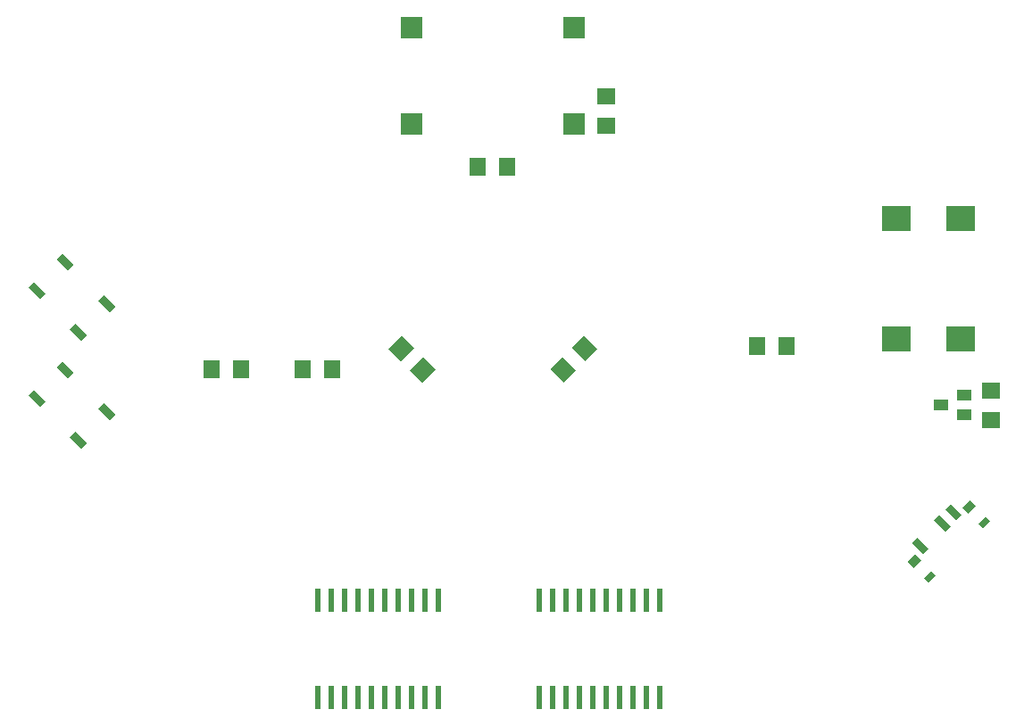
<source format=gtp>
G75*
%MOIN*%
%OFA0B0*%
%FSLAX25Y25*%
%IPPOS*%
%LPD*%
%AMOC8*
5,1,8,0,0,1.08239X$1,22.5*
%
%ADD10R,0.06299X0.07098*%
%ADD11R,0.11024X0.09449*%
%ADD12R,0.06299X0.07087*%
%ADD13R,0.02756X0.05906*%
%ADD14R,0.03937X0.02362*%
%ADD15R,0.03937X0.03150*%
%ADD16R,0.07874X0.07874*%
%ADD17R,0.02362X0.08661*%
%ADD18R,0.07087X0.06299*%
%ADD19R,0.03000X0.06000*%
%ADD20R,0.05512X0.03937*%
D10*
G36*
X0172571Y0210498D02*
X0177025Y0206044D01*
X0172007Y0201026D01*
X0167553Y0205480D01*
X0172571Y0210498D01*
G37*
G36*
X0164654Y0218415D02*
X0169108Y0213961D01*
X0164090Y0208943D01*
X0159636Y0213397D01*
X0164654Y0218415D01*
G37*
G36*
X0229640Y0205480D02*
X0225186Y0201026D01*
X0220168Y0206044D01*
X0224622Y0210498D01*
X0229640Y0205480D01*
G37*
G36*
X0237557Y0213397D02*
X0233103Y0208943D01*
X0228085Y0213961D01*
X0232539Y0218415D01*
X0237557Y0213397D01*
G37*
X0203949Y0281571D03*
X0192752Y0281571D03*
D11*
X0349039Y0262181D03*
X0373055Y0262181D03*
X0373055Y0217299D03*
X0349039Y0217299D03*
D12*
X0308193Y0214642D03*
X0297169Y0214642D03*
X0138409Y0205783D03*
X0127386Y0205783D03*
X0104453Y0205783D03*
X0093429Y0205783D03*
D13*
G36*
X0361045Y0138810D02*
X0359096Y0136861D01*
X0354921Y0141036D01*
X0356870Y0142985D01*
X0361045Y0138810D01*
G37*
G36*
X0369396Y0147162D02*
X0367447Y0145213D01*
X0363272Y0149388D01*
X0365221Y0151337D01*
X0369396Y0147162D01*
G37*
G36*
X0373572Y0151337D02*
X0371623Y0149388D01*
X0367448Y0153563D01*
X0369397Y0155512D01*
X0373572Y0151337D01*
G37*
D14*
G36*
X0379837Y0148136D02*
X0382619Y0150918D01*
X0384289Y0149248D01*
X0381507Y0146466D01*
X0379837Y0148136D01*
G37*
G36*
X0359515Y0127814D02*
X0362297Y0130596D01*
X0363967Y0128926D01*
X0361185Y0126144D01*
X0359515Y0127814D01*
G37*
D15*
G36*
X0353390Y0133939D02*
X0356172Y0136721D01*
X0358400Y0134493D01*
X0355618Y0131711D01*
X0353390Y0133939D01*
G37*
G36*
X0373712Y0154261D02*
X0376494Y0157043D01*
X0378722Y0154815D01*
X0375940Y0152033D01*
X0373712Y0154261D01*
G37*
D16*
X0228665Y0297417D03*
X0228665Y0333638D03*
X0168035Y0333638D03*
X0168035Y0297417D03*
D17*
X0133035Y0083343D03*
X0138035Y0083343D03*
X0143035Y0083343D03*
X0148035Y0083343D03*
X0153035Y0083343D03*
X0158035Y0083343D03*
X0163035Y0083343D03*
X0168035Y0083343D03*
X0173035Y0083343D03*
X0178035Y0083343D03*
X0178035Y0119563D03*
X0173035Y0119563D03*
X0168035Y0119563D03*
X0163035Y0119563D03*
X0158035Y0119563D03*
X0153035Y0119563D03*
X0148035Y0119563D03*
X0143035Y0119563D03*
X0138035Y0119563D03*
X0133035Y0119563D03*
X0215713Y0119563D03*
X0220713Y0119563D03*
X0225713Y0119563D03*
X0230713Y0119563D03*
X0235713Y0119563D03*
X0240713Y0119563D03*
X0245713Y0119563D03*
X0250713Y0119563D03*
X0255713Y0119563D03*
X0260713Y0119563D03*
X0260713Y0083343D03*
X0255713Y0083343D03*
X0250713Y0083343D03*
X0245713Y0083343D03*
X0240713Y0083343D03*
X0235713Y0083343D03*
X0230713Y0083343D03*
X0225713Y0083343D03*
X0220713Y0083343D03*
X0215713Y0083343D03*
D18*
X0384374Y0186984D03*
X0384374Y0198008D03*
X0240673Y0296728D03*
X0240673Y0307752D03*
D19*
G36*
X0057625Y0229316D02*
X0055504Y0227195D01*
X0051263Y0231436D01*
X0053384Y0233557D01*
X0057625Y0229316D01*
G37*
G36*
X0047018Y0218709D02*
X0044897Y0216588D01*
X0040656Y0220829D01*
X0042777Y0222950D01*
X0047018Y0218709D01*
G37*
G36*
X0042068Y0204518D02*
X0039947Y0202397D01*
X0035706Y0206638D01*
X0037827Y0208759D01*
X0042068Y0204518D01*
G37*
G36*
X0031462Y0193911D02*
X0029341Y0191790D01*
X0025100Y0196031D01*
X0027221Y0198152D01*
X0031462Y0193911D01*
G37*
G36*
X0047018Y0178355D02*
X0044897Y0176234D01*
X0040656Y0180475D01*
X0042777Y0182596D01*
X0047018Y0178355D01*
G37*
G36*
X0057625Y0188961D02*
X0055504Y0186840D01*
X0051263Y0191081D01*
X0053384Y0193202D01*
X0057625Y0188961D01*
G37*
G36*
X0031462Y0234265D02*
X0029341Y0232144D01*
X0025100Y0236385D01*
X0027221Y0238506D01*
X0031462Y0234265D01*
G37*
G36*
X0042068Y0244872D02*
X0039947Y0242751D01*
X0035706Y0246992D01*
X0037827Y0249113D01*
X0042068Y0244872D01*
G37*
D20*
X0365772Y0192496D03*
X0374433Y0188756D03*
X0374433Y0196236D03*
M02*

</source>
